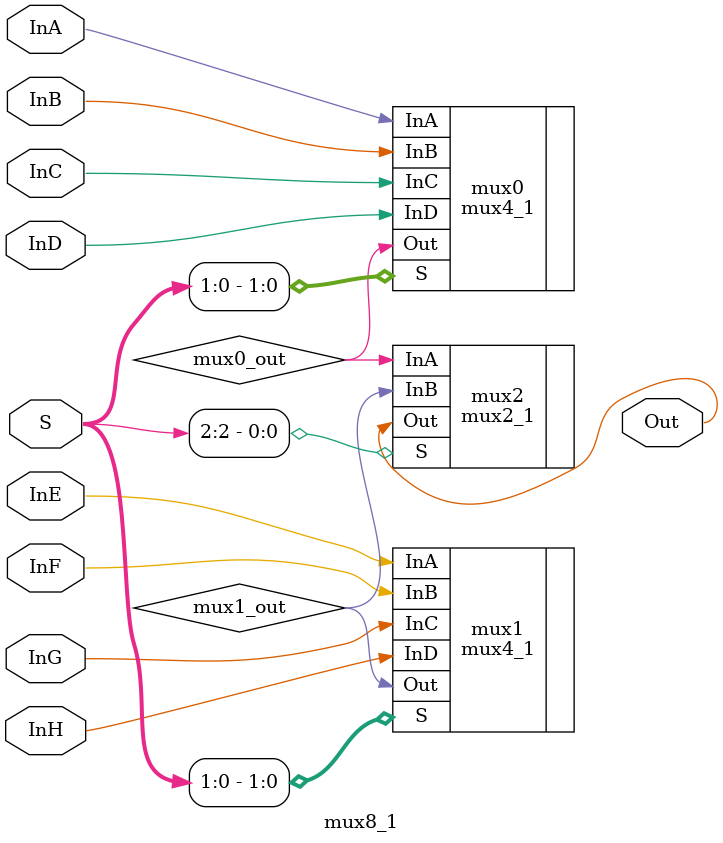
<source format=v>
module mux8_1 (InA, InB, InC, InD, InE, InF, InG, InH, S, Out);
    // parameter N for length of inputs and outputs (to use with larger inputs/outputs)
    input           InA, InB, InC, InD, InE, InF, InG, InH;
    input [2:0]     S;
    output          Out;

    wire mux0_out, mux1_out;
    
    mux4_1 mux0(.InA(InA), .InB(InB), .InC(InC), .InD(InD), 
        .S(S[1:0]), .Out(mux0_out));
    mux4_1 mux1(.InA(InE), .InB(InF), .InC(InG), .InD(InH), 
        .S(S[1:0]), .Out(mux1_out));
    mux2_1 mux2(.InA(mux0_out), .InB(mux1_out), .S(S[2]), .Out(Out));
    
endmodule

</source>
